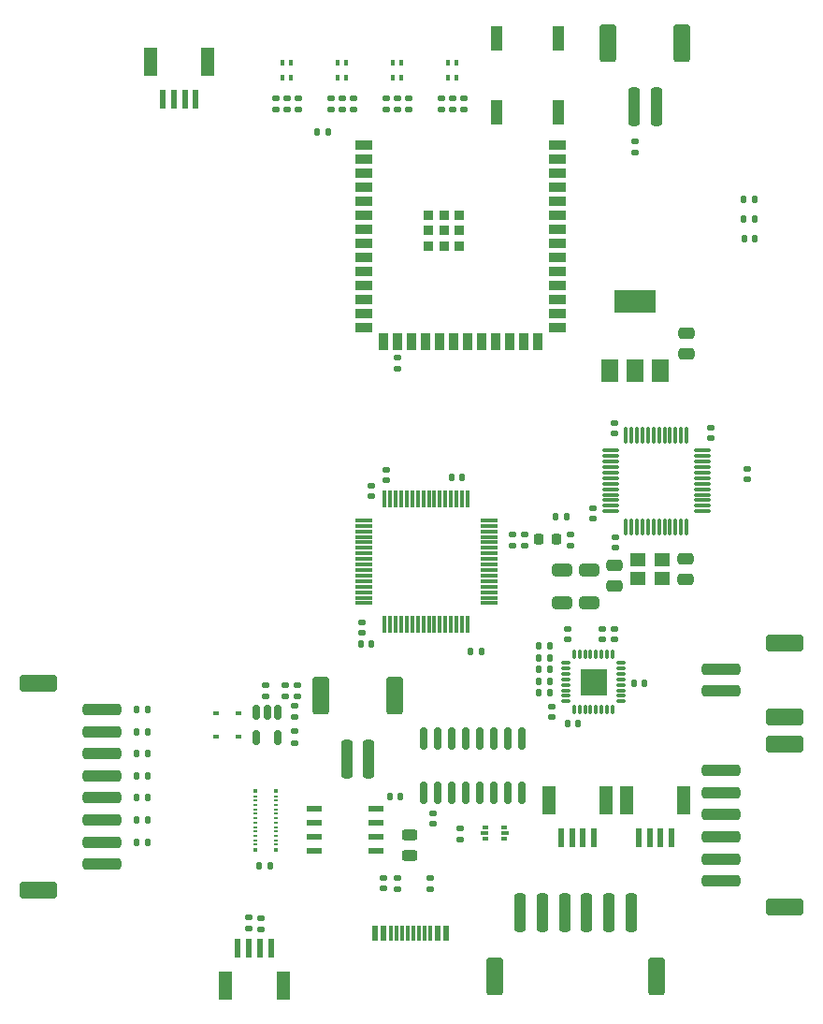
<source format=gbr>
%TF.GenerationSoftware,KiCad,Pcbnew,7.0.5*%
%TF.CreationDate,2023-10-05T13:47:36-07:00*%
%TF.ProjectId,EV9.5 Board Design,4556392e-3520-4426-9f61-726420446573,EV9*%
%TF.SameCoordinates,Original*%
%TF.FileFunction,Paste,Top*%
%TF.FilePolarity,Positive*%
%FSLAX46Y46*%
G04 Gerber Fmt 4.6, Leading zero omitted, Abs format (unit mm)*
G04 Created by KiCad (PCBNEW 7.0.5) date 2023-10-05 13:47:36*
%MOMM*%
%LPD*%
G01*
G04 APERTURE LIST*
G04 Aperture macros list*
%AMRoundRect*
0 Rectangle with rounded corners*
0 $1 Rounding radius*
0 $2 $3 $4 $5 $6 $7 $8 $9 X,Y pos of 4 corners*
0 Add a 4 corners polygon primitive as box body*
4,1,4,$2,$3,$4,$5,$6,$7,$8,$9,$2,$3,0*
0 Add four circle primitives for the rounded corners*
1,1,$1+$1,$2,$3*
1,1,$1+$1,$4,$5*
1,1,$1+$1,$6,$7*
1,1,$1+$1,$8,$9*
0 Add four rect primitives between the rounded corners*
20,1,$1+$1,$2,$3,$4,$5,0*
20,1,$1+$1,$4,$5,$6,$7,0*
20,1,$1+$1,$6,$7,$8,$9,0*
20,1,$1+$1,$8,$9,$2,$3,0*%
G04 Aperture macros list end*
%ADD10C,0.010000*%
%ADD11RoundRect,0.135000X-0.135000X-0.185000X0.135000X-0.185000X0.135000X0.185000X-0.135000X0.185000X0*%
%ADD12RoundRect,0.140000X-0.170000X0.140000X-0.170000X-0.140000X0.170000X-0.140000X0.170000X0.140000X0*%
%ADD13R,1.422400X0.533400*%
%ADD14RoundRect,0.135000X0.135000X0.185000X-0.135000X0.185000X-0.135000X-0.185000X0.135000X-0.185000X0*%
%ADD15RoundRect,0.140000X-0.140000X-0.170000X0.140000X-0.170000X0.140000X0.170000X-0.140000X0.170000X0*%
%ADD16R,0.600000X0.450000*%
%ADD17RoundRect,0.075000X0.075000X-0.662500X0.075000X0.662500X-0.075000X0.662500X-0.075000X-0.662500X0*%
%ADD18RoundRect,0.075000X0.662500X-0.075000X0.662500X0.075000X-0.662500X0.075000X-0.662500X-0.075000X0*%
%ADD19RoundRect,0.140000X0.140000X0.170000X-0.140000X0.170000X-0.140000X-0.170000X0.140000X-0.170000X0*%
%ADD20RoundRect,0.140000X0.170000X-0.140000X0.170000X0.140000X-0.170000X0.140000X-0.170000X-0.140000X0*%
%ADD21RoundRect,0.250000X-0.475000X0.250000X-0.475000X-0.250000X0.475000X-0.250000X0.475000X0.250000X0*%
%ADD22RoundRect,0.135000X-0.185000X0.135000X-0.185000X-0.135000X0.185000X-0.135000X0.185000X0.135000X0*%
%ADD23RoundRect,0.250000X1.500000X-0.250000X1.500000X0.250000X-1.500000X0.250000X-1.500000X-0.250000X0*%
%ADD24RoundRect,0.250001X1.449999X-0.499999X1.449999X0.499999X-1.449999X0.499999X-1.449999X-0.499999X0*%
%ADD25R,0.400000X0.410000*%
%ADD26R,0.400000X0.200000*%
%ADD27RoundRect,0.075000X0.075000X0.700000X-0.075000X0.700000X-0.075000X-0.700000X0.075000X-0.700000X0*%
%ADD28RoundRect,0.075000X0.700000X0.075000X-0.700000X0.075000X-0.700000X-0.075000X0.700000X-0.075000X0*%
%ADD29R,0.500000X1.700000*%
%ADD30R,1.200000X2.500000*%
%ADD31RoundRect,0.218750X-0.218750X-0.256250X0.218750X-0.256250X0.218750X0.256250X-0.218750X0.256250X0*%
%ADD32RoundRect,0.135000X0.185000X-0.135000X0.185000X0.135000X-0.185000X0.135000X-0.185000X-0.135000X0*%
%ADD33R,1.120000X2.160000*%
%ADD34RoundRect,0.250000X0.650000X-0.325000X0.650000X0.325000X-0.650000X0.325000X-0.650000X-0.325000X0*%
%ADD35RoundRect,0.243750X0.456250X-0.243750X0.456250X0.243750X-0.456250X0.243750X-0.456250X-0.243750X0*%
%ADD36RoundRect,0.250000X0.250000X1.500000X-0.250000X1.500000X-0.250000X-1.500000X0.250000X-1.500000X0*%
%ADD37RoundRect,0.250001X0.499999X1.449999X-0.499999X1.449999X-0.499999X-1.449999X0.499999X-1.449999X0*%
%ADD38RoundRect,0.007500X-0.372500X-0.117500X0.372500X-0.117500X0.372500X0.117500X-0.372500X0.117500X0*%
%ADD39RoundRect,0.007500X0.117500X-0.372500X0.117500X0.372500X-0.117500X0.372500X-0.117500X-0.372500X0*%
%ADD40RoundRect,0.250000X0.475000X-0.250000X0.475000X0.250000X-0.475000X0.250000X-0.475000X-0.250000X0*%
%ADD41R,0.400000X0.600000*%
%ADD42RoundRect,0.150000X0.150000X-0.825000X0.150000X0.825000X-0.150000X0.825000X-0.150000X-0.825000X0*%
%ADD43R,1.500000X2.000000*%
%ADD44R,3.800000X2.000000*%
%ADD45R,0.900000X0.900000*%
%ADD46R,1.500000X0.900000*%
%ADD47R,0.900000X1.500000*%
%ADD48RoundRect,0.250000X-0.250000X-1.500000X0.250000X-1.500000X0.250000X1.500000X-0.250000X1.500000X0*%
%ADD49RoundRect,0.250001X-0.499999X-1.449999X0.499999X-1.449999X0.499999X1.449999X-0.499999X1.449999X0*%
%ADD50RoundRect,0.250000X-1.500000X0.250000X-1.500000X-0.250000X1.500000X-0.250000X1.500000X0.250000X0*%
%ADD51RoundRect,0.250001X-1.449999X0.499999X-1.449999X-0.499999X1.449999X-0.499999X1.449999X0.499999X0*%
%ADD52R,0.600000X1.450000*%
%ADD53R,0.300000X1.450000*%
%ADD54R,0.500000X0.375000*%
%ADD55R,0.650000X0.300000*%
%ADD56RoundRect,0.150000X-0.150000X0.512500X-0.150000X-0.512500X0.150000X-0.512500X0.150000X0.512500X0*%
%ADD57R,1.400000X1.200000*%
G04 APERTURE END LIST*
%TO.C,U6*%
D10*
X167990000Y-117475000D02*
X165690000Y-117475000D01*
X165690000Y-115175000D01*
X167990000Y-115175000D01*
X167990000Y-117475000D01*
G36*
X167990000Y-117475000D02*
G01*
X165690000Y-117475000D01*
X165690000Y-115175000D01*
X167990000Y-115175000D01*
X167990000Y-117475000D01*
G37*
%TD*%
D11*
%TO.C,R28*%
X125490000Y-124800000D03*
X126510000Y-124800000D03*
%TD*%
D12*
%TO.C,C13*%
X145910000Y-111900000D03*
X145910000Y-110940000D03*
%TD*%
D13*
%TO.C,CR1*%
X141606000Y-127795000D03*
X141606000Y-129065000D03*
X141606000Y-130335000D03*
X141606000Y-131605000D03*
X147194000Y-131605000D03*
X147194000Y-130335000D03*
X147194000Y-129065000D03*
X147194000Y-127795000D03*
%TD*%
D14*
%TO.C,R20*%
X181482000Y-74414000D03*
X180462000Y-74414000D03*
%TD*%
D15*
%TO.C,C22*%
X145800000Y-112870000D03*
X146760000Y-112870000D03*
%TD*%
D16*
%TO.C,D2*%
X132650000Y-119100000D03*
X134750000Y-119100000D03*
%TD*%
D17*
%TO.C,U5*%
X169787500Y-102287500D03*
X170287500Y-102287500D03*
X170787500Y-102287500D03*
X171287500Y-102287500D03*
X171787500Y-102287500D03*
X172287500Y-102287500D03*
X172787500Y-102287500D03*
X173287500Y-102287500D03*
X173787500Y-102287500D03*
X174287500Y-102287500D03*
X174787500Y-102287500D03*
X175287500Y-102287500D03*
D18*
X176700000Y-100875000D03*
X176700000Y-100375000D03*
X176700000Y-99875000D03*
X176700000Y-99375000D03*
X176700000Y-98875000D03*
X176700000Y-98375000D03*
X176700000Y-97875000D03*
X176700000Y-97375000D03*
X176700000Y-96875000D03*
X176700000Y-96375000D03*
X176700000Y-95875000D03*
X176700000Y-95375000D03*
D17*
X175287500Y-93962500D03*
X174787500Y-93962500D03*
X174287500Y-93962500D03*
X173787500Y-93962500D03*
X173287500Y-93962500D03*
X172787500Y-93962500D03*
X172287500Y-93962500D03*
X171787500Y-93962500D03*
X171287500Y-93962500D03*
X170787500Y-93962500D03*
X170287500Y-93962500D03*
X169787500Y-93962500D03*
D18*
X168375000Y-95375000D03*
X168375000Y-95875000D03*
X168375000Y-96375000D03*
X168375000Y-96875000D03*
X168375000Y-97375000D03*
X168375000Y-97875000D03*
X168375000Y-98375000D03*
X168375000Y-98875000D03*
X168375000Y-99375000D03*
X168375000Y-99875000D03*
X168375000Y-100375000D03*
X168375000Y-100875000D03*
%TD*%
D19*
%TO.C,C33*%
X149380000Y-126700000D03*
X148420000Y-126700000D03*
%TD*%
D20*
%TO.C,C14*%
X146770000Y-99530000D03*
X146770000Y-98570000D03*
%TD*%
D21*
%TO.C,C4*%
X168737500Y-105725000D03*
X168737500Y-107625000D03*
%TD*%
D20*
%TO.C,C3*%
X168737500Y-112455000D03*
X168737500Y-111495000D03*
%TD*%
D22*
%TO.C,R3*%
X149137500Y-134010000D03*
X149137500Y-135030000D03*
%TD*%
D11*
%TO.C,R5*%
X163380000Y-101360000D03*
X164400000Y-101360000D03*
%TD*%
D14*
%TO.C,R10*%
X181482000Y-72636000D03*
X180462000Y-72636000D03*
%TD*%
D20*
%TO.C,C19*%
X137200000Y-117580000D03*
X137200000Y-116620000D03*
%TD*%
D22*
%TO.C,R38*%
X138980000Y-116590000D03*
X138980000Y-117610000D03*
%TD*%
D23*
%TO.C,J8*%
X178437500Y-134325000D03*
X178437500Y-132325000D03*
X178437500Y-130325000D03*
X178437500Y-128325000D03*
X178437500Y-126325000D03*
X178437500Y-124325000D03*
D24*
X184187500Y-136675000D03*
X184187500Y-121975000D03*
%TD*%
D25*
%TO.C,U13*%
X136227500Y-131540000D03*
D26*
X136227500Y-131035000D03*
X136227500Y-130635000D03*
X136227500Y-130232924D03*
X136227500Y-129835000D03*
X136227500Y-129435000D03*
X136227500Y-129035000D03*
X136227500Y-128635000D03*
X136227500Y-128235000D03*
X136227500Y-127835000D03*
X136227500Y-127435000D03*
X136227500Y-127035000D03*
X136227500Y-126635000D03*
D25*
X136227500Y-126130000D03*
X138107500Y-126130000D03*
D26*
X138107500Y-126635000D03*
X138107500Y-127035000D03*
X138107500Y-127435000D03*
X138107500Y-127835000D03*
X138107500Y-128235000D03*
X138107500Y-128635000D03*
X138107500Y-129035000D03*
X138107500Y-129435000D03*
X138107500Y-129835000D03*
X138107500Y-130232924D03*
X138107500Y-130635000D03*
X138107500Y-131035000D03*
D25*
X138107500Y-131540000D03*
%TD*%
D27*
%TO.C,U1*%
X155445000Y-111115000D03*
X154945000Y-111115000D03*
X154445000Y-111115000D03*
X153945000Y-111115000D03*
X153445000Y-111115000D03*
X152945000Y-111115000D03*
X152445000Y-111115000D03*
X151945000Y-111115000D03*
X151445000Y-111115000D03*
X150945000Y-111115000D03*
X150445000Y-111115000D03*
X149945000Y-111115000D03*
X149445000Y-111115000D03*
X148945000Y-111115000D03*
X148445000Y-111115000D03*
X147945000Y-111115000D03*
D28*
X146020000Y-109190000D03*
X146020000Y-108690000D03*
X146020000Y-108190000D03*
X146020000Y-107690000D03*
X146020000Y-107190000D03*
X146020000Y-106690000D03*
X146020000Y-106190000D03*
X146020000Y-105690000D03*
X146020000Y-105190000D03*
X146020000Y-104690000D03*
X146020000Y-104190000D03*
X146020000Y-103690000D03*
X146020000Y-103190000D03*
X146020000Y-102690000D03*
X146020000Y-102190000D03*
X146020000Y-101690000D03*
D27*
X147945000Y-99765000D03*
X148445000Y-99765000D03*
X148945000Y-99765000D03*
X149445000Y-99765000D03*
X149945000Y-99765000D03*
X150445000Y-99765000D03*
X150945000Y-99765000D03*
X151445000Y-99765000D03*
X151945000Y-99765000D03*
X152445000Y-99765000D03*
X152945000Y-99765000D03*
X153445000Y-99765000D03*
X153945000Y-99765000D03*
X154445000Y-99765000D03*
X154945000Y-99765000D03*
X155445000Y-99765000D03*
D28*
X157370000Y-101690000D03*
X157370000Y-102190000D03*
X157370000Y-102690000D03*
X157370000Y-103190000D03*
X157370000Y-103690000D03*
X157370000Y-104190000D03*
X157370000Y-104690000D03*
X157370000Y-105190000D03*
X157370000Y-105690000D03*
X157370000Y-106190000D03*
X157370000Y-106690000D03*
X157370000Y-107190000D03*
X157370000Y-107690000D03*
X157370000Y-108190000D03*
X157370000Y-108690000D03*
X157370000Y-109190000D03*
%TD*%
D20*
%TO.C,C16*%
X163037500Y-119505000D03*
X163037500Y-118545000D03*
%TD*%
D29*
%TO.C,J13*%
X130850000Y-63590000D03*
X129850000Y-63590000D03*
X128850000Y-63590000D03*
X127850000Y-63590000D03*
D30*
X131950000Y-60190000D03*
X126750000Y-60190000D03*
%TD*%
D31*
%TO.C,120R1*%
X161912500Y-103425000D03*
X163487500Y-103425000D03*
%TD*%
D32*
%TO.C,R17*%
X154100000Y-64510000D03*
X154100000Y-63490000D03*
%TD*%
D22*
%TO.C,R13*%
X140100000Y-63490000D03*
X140100000Y-64510000D03*
%TD*%
D20*
%TO.C,C20*%
X180750000Y-98010000D03*
X180750000Y-97050000D03*
%TD*%
D11*
%TO.C,R30*%
X125490000Y-126800000D03*
X126510000Y-126800000D03*
%TD*%
D14*
%TO.C,R4*%
X142810000Y-66600000D03*
X141790000Y-66600000D03*
%TD*%
D22*
%TO.C,R39*%
X140060000Y-116560000D03*
X140060000Y-117580000D03*
%TD*%
D20*
%TO.C,C5*%
X154787500Y-130555000D03*
X154787500Y-129595000D03*
%TD*%
D12*
%TO.C,C8*%
X159500000Y-102995000D03*
X159500000Y-103955000D03*
%TD*%
D22*
%TO.C,R12*%
X148100000Y-63490000D03*
X148100000Y-64510000D03*
%TD*%
%TO.C,R11*%
X149100000Y-63490000D03*
X149100000Y-64510000D03*
%TD*%
D12*
%TO.C,C21*%
X148080000Y-97140000D03*
X148080000Y-98100000D03*
%TD*%
D33*
%TO.C,SW5*%
X158112000Y-58095000D03*
X158112000Y-64825000D03*
%TD*%
D22*
%TO.C,R6*%
X150100000Y-63490000D03*
X150100000Y-64510000D03*
%TD*%
D32*
%TO.C,R16*%
X155100000Y-64510000D03*
X155100000Y-63490000D03*
%TD*%
D23*
%TO.C,J2*%
X178437500Y-117125000D03*
X178437500Y-115125000D03*
D24*
X184187500Y-119475000D03*
X184187500Y-112775000D03*
%TD*%
D21*
%TO.C,C2*%
X175300000Y-84750000D03*
X175300000Y-86650000D03*
%TD*%
D34*
%TO.C,C29*%
X166437500Y-109180000D03*
X166437500Y-106230000D03*
%TD*%
D15*
%TO.C,C27*%
X161907500Y-117275000D03*
X162867500Y-117275000D03*
%TD*%
D12*
%TO.C,C10*%
X164800000Y-102995000D03*
X164800000Y-103955000D03*
%TD*%
D32*
%TO.C,R24*%
X144100000Y-64510000D03*
X144100000Y-63490000D03*
%TD*%
D19*
%TO.C,C35*%
X181452000Y-76192000D03*
X180492000Y-76192000D03*
%TD*%
%TO.C,C12*%
X155730000Y-113530000D03*
X156690000Y-113530000D03*
%TD*%
D29*
%TO.C,J12*%
X173940000Y-130430000D03*
X172940000Y-130430000D03*
X171940000Y-130430000D03*
X170940000Y-130430000D03*
D30*
X175040000Y-127030000D03*
X169840000Y-127030000D03*
%TD*%
D22*
%TO.C,R37*%
X139800000Y-120790000D03*
X139800000Y-121810000D03*
%TD*%
D32*
%TO.C,R18*%
X153099500Y-64510000D03*
X153099500Y-63490000D03*
%TD*%
D22*
%TO.C,R2*%
X152087500Y-134015000D03*
X152087500Y-135035000D03*
%TD*%
D20*
%TO.C,C25*%
X177437500Y-94255000D03*
X177437500Y-93295000D03*
%TD*%
%TO.C,C1*%
X147870000Y-134970000D03*
X147870000Y-134010000D03*
%TD*%
D32*
%TO.C,R32*%
X149100000Y-88010000D03*
X149100000Y-86990000D03*
%TD*%
D16*
%TO.C,D10*%
X132650000Y-121300000D03*
X134750000Y-121300000D03*
%TD*%
D22*
%TO.C,R8*%
X135627500Y-137625000D03*
X135627500Y-138645000D03*
%TD*%
D35*
%TO.C,D11*%
X150238000Y-131993500D03*
X150238000Y-130118500D03*
%TD*%
D36*
%TO.C,J15*%
X172537500Y-64275000D03*
X170537500Y-64275000D03*
D37*
X174887500Y-58525000D03*
X168187500Y-58525000D03*
%TD*%
D15*
%TO.C,C15*%
X164507500Y-120075000D03*
X165467500Y-120075000D03*
%TD*%
D22*
%TO.C,R15*%
X138100000Y-63490000D03*
X138100000Y-64510000D03*
%TD*%
D38*
%TO.C,U6*%
X164365000Y-114575000D03*
X164365000Y-115075000D03*
X164365000Y-115575000D03*
X164365000Y-116075000D03*
X164365000Y-116575000D03*
X164365000Y-117075000D03*
X164365000Y-117575000D03*
X164365000Y-118075000D03*
D39*
X165090000Y-118800000D03*
X165590000Y-118800000D03*
X166090000Y-118800000D03*
X166590000Y-118800000D03*
X167090000Y-118800000D03*
X167590000Y-118800000D03*
X168090000Y-118800000D03*
X168590000Y-118800000D03*
D38*
X169315000Y-118075000D03*
X169315000Y-117575000D03*
X169315000Y-117075000D03*
X169315000Y-116575000D03*
X169315000Y-116075000D03*
X169315000Y-115575000D03*
X169315000Y-115075000D03*
X169315000Y-114575000D03*
D39*
X168590000Y-113850000D03*
X168090000Y-113850000D03*
X167590000Y-113850000D03*
X167090000Y-113850000D03*
X166590000Y-113850000D03*
X166090000Y-113850000D03*
X165590000Y-113850000D03*
X165090000Y-113850000D03*
%TD*%
D40*
%TO.C,C23*%
X175187500Y-107075000D03*
X175187500Y-105175000D03*
%TD*%
D14*
%TO.C,R9*%
X162897500Y-113075000D03*
X161877500Y-113075000D03*
%TD*%
D22*
%TO.C,R14*%
X139100000Y-63490000D03*
X139100000Y-64510000D03*
%TD*%
D34*
%TO.C,C30*%
X164007500Y-109180000D03*
X164007500Y-106230000D03*
%TD*%
D11*
%TO.C,R22*%
X125490000Y-118800000D03*
X126510000Y-118800000D03*
%TD*%
D33*
%TO.C,SW4*%
X163700000Y-58095000D03*
X163700000Y-64825000D03*
%TD*%
D41*
%TO.C,D4*%
X153662500Y-61695000D03*
X153662500Y-60295000D03*
X154462500Y-60295000D03*
X154462500Y-61695000D03*
%TD*%
D22*
%TO.C,R36*%
X139800000Y-118490000D03*
X139800000Y-119510000D03*
%TD*%
D42*
%TO.C,U3*%
X151492500Y-126370000D03*
X152762500Y-126370000D03*
X154032500Y-126370000D03*
X155302500Y-126370000D03*
X156572500Y-126370000D03*
X157842500Y-126370000D03*
X159112500Y-126370000D03*
X160382500Y-126370000D03*
X160382500Y-121420000D03*
X159112500Y-121420000D03*
X157842500Y-121420000D03*
X156572500Y-121420000D03*
X155302500Y-121420000D03*
X154032500Y-121420000D03*
X152762500Y-121420000D03*
X151492500Y-121420000D03*
%TD*%
D32*
%TO.C,R23*%
X145100000Y-64510000D03*
X145100000Y-63490000D03*
%TD*%
D12*
%TO.C,C34*%
X168730000Y-92880000D03*
X168730000Y-93840000D03*
%TD*%
D29*
%TO.C,J7*%
X134637500Y-140395000D03*
X135637500Y-140395000D03*
X136637500Y-140395000D03*
X137637500Y-140395000D03*
D30*
X133537500Y-143795000D03*
X138737500Y-143795000D03*
%TD*%
D14*
%TO.C,R41*%
X137627500Y-132905000D03*
X136607500Y-132905000D03*
%TD*%
D11*
%TO.C,R27*%
X125490000Y-122800000D03*
X126510000Y-122800000D03*
%TD*%
D15*
%TO.C,C18*%
X161907500Y-116225000D03*
X162867500Y-116225000D03*
%TD*%
%TO.C,C6*%
X170497500Y-116405000D03*
X171457500Y-116405000D03*
%TD*%
D43*
%TO.C,U2*%
X168300000Y-88185000D03*
X170600000Y-88185000D03*
D44*
X170600000Y-81885000D03*
D43*
X172900000Y-88185000D03*
%TD*%
D41*
%TO.C,D3*%
X138662500Y-61695000D03*
X138662500Y-60295000D03*
X139462500Y-60295000D03*
X139462500Y-61695000D03*
%TD*%
D45*
%TO.C,U11*%
X151920606Y-76860000D03*
X151925000Y-74060000D03*
X151925000Y-75460000D03*
X153320606Y-76860000D03*
X153325000Y-74060000D03*
X153325000Y-75460000D03*
X154720606Y-76860000D03*
X154725000Y-74060000D03*
X154725000Y-75460000D03*
D46*
X146075000Y-67740000D03*
X146075000Y-69010000D03*
X146075000Y-70280000D03*
X146075000Y-71550000D03*
X146075000Y-72820000D03*
X146075000Y-74090000D03*
X146075000Y-75360000D03*
X146075000Y-76630000D03*
X146075000Y-77900000D03*
X146075000Y-79170000D03*
X146075000Y-80440000D03*
X146075000Y-81710000D03*
X146075000Y-82980000D03*
X146075000Y-84250000D03*
D47*
X147840000Y-85500000D03*
X149110000Y-85500000D03*
X150380000Y-85500000D03*
X151650000Y-85500000D03*
X152920000Y-85500000D03*
X154190000Y-85500000D03*
X155460000Y-85500000D03*
X156730000Y-85500000D03*
X158000000Y-85500000D03*
X159270000Y-85500000D03*
X160540000Y-85500000D03*
X161810000Y-85500000D03*
D46*
X163575000Y-84250000D03*
X163575000Y-82980000D03*
X163575000Y-81710000D03*
X163575000Y-80440000D03*
X163575000Y-79170000D03*
X163575000Y-77900000D03*
X163575000Y-76630000D03*
X163575000Y-75360000D03*
X163575000Y-74090000D03*
X163575000Y-72820000D03*
X163575000Y-71550000D03*
X163575000Y-70280000D03*
X163575000Y-69010000D03*
X163575000Y-67740000D03*
%TD*%
D15*
%TO.C,C17*%
X161907500Y-115175000D03*
X162867500Y-115175000D03*
%TD*%
D12*
%TO.C,C7*%
X164537500Y-111495000D03*
X164537500Y-112455000D03*
%TD*%
D48*
%TO.C,J11*%
X160237500Y-137175000D03*
X162237500Y-137175000D03*
X164237500Y-137175000D03*
X166237500Y-137175000D03*
X168237500Y-137175000D03*
X170237500Y-137175000D03*
D49*
X157887500Y-142925000D03*
X172587500Y-142925000D03*
%TD*%
D20*
%TO.C,C32*%
X152297500Y-129135000D03*
X152297500Y-128175000D03*
%TD*%
D50*
%TO.C,J10*%
X122350000Y-118800000D03*
X122350000Y-120800000D03*
X122350000Y-122800000D03*
X122350000Y-124800000D03*
X122350000Y-126800000D03*
X122350000Y-128800000D03*
X122350000Y-130800000D03*
X122350000Y-132800000D03*
D51*
X116600000Y-116450000D03*
X116600000Y-135150000D03*
%TD*%
D12*
%TO.C,C31*%
X167687500Y-111495000D03*
X167687500Y-112455000D03*
%TD*%
D29*
%TO.C,J6*%
X166900000Y-130440000D03*
X165900000Y-130440000D03*
X164900000Y-130440000D03*
X163900000Y-130440000D03*
D30*
X168000000Y-127040000D03*
X162800000Y-127040000D03*
%TD*%
D12*
%TO.C,C9*%
X160600000Y-102995000D03*
X160600000Y-103955000D03*
%TD*%
%TO.C,C24*%
X168847500Y-103185000D03*
X168847500Y-104145000D03*
%TD*%
D37*
%TO.C,J1*%
X142150000Y-117550000D03*
X148850000Y-117550000D03*
D36*
X144500000Y-123300000D03*
X146500000Y-123300000D03*
%TD*%
D52*
%TO.C,J9*%
X147037500Y-139001000D03*
X147837500Y-139001000D03*
D53*
X149037500Y-139001000D03*
X150037500Y-139001000D03*
X150537500Y-139001000D03*
X151537500Y-139001000D03*
D52*
X152737500Y-139001000D03*
X153537500Y-139001000D03*
X153537500Y-139001000D03*
X152737500Y-139001000D03*
D53*
X152037500Y-139001000D03*
X151037500Y-139001000D03*
X149537500Y-139001000D03*
X148537500Y-139001000D03*
D52*
X147837500Y-139001000D03*
X147037500Y-139001000D03*
%TD*%
D41*
%TO.C,D5*%
X143662500Y-61695000D03*
X143662500Y-60295000D03*
X144462500Y-60295000D03*
X144462500Y-61695000D03*
%TD*%
D11*
%TO.C,R29*%
X125477500Y-130800000D03*
X126497500Y-130800000D03*
%TD*%
%TO.C,R26*%
X125490000Y-120800000D03*
X126510000Y-120800000D03*
%TD*%
D15*
%TO.C,C11*%
X154020000Y-97775000D03*
X154980000Y-97775000D03*
%TD*%
D41*
%TO.C,D18*%
X148662500Y-61695000D03*
X148662500Y-60295000D03*
X149462500Y-60295000D03*
X149462500Y-61695000D03*
%TD*%
D54*
%TO.C,U4*%
X157087500Y-129437500D03*
D55*
X157012500Y-129975000D03*
D54*
X157087500Y-130512500D03*
X158787500Y-130512500D03*
D55*
X158862500Y-129975000D03*
D54*
X158787500Y-129437500D03*
%TD*%
D22*
%TO.C,R40*%
X170597500Y-67385000D03*
X170597500Y-68405000D03*
%TD*%
D11*
%TO.C,R31*%
X125490000Y-128800000D03*
X126510000Y-128800000D03*
%TD*%
D56*
%TO.C,U12*%
X138250000Y-119062500D03*
X137300000Y-119062500D03*
X136350000Y-119062500D03*
X136350000Y-121337500D03*
X138250000Y-121337500D03*
%TD*%
D19*
%TO.C,C28*%
X162867500Y-114125000D03*
X161907500Y-114125000D03*
%TD*%
D22*
%TO.C,R7*%
X136737500Y-137665000D03*
X136737500Y-138685000D03*
%TD*%
D20*
%TO.C,C26*%
X166840000Y-101550000D03*
X166840000Y-100590000D03*
%TD*%
D32*
%TO.C,R25*%
X143084000Y-64510000D03*
X143084000Y-63490000D03*
%TD*%
D57*
%TO.C,Y1*%
X170887500Y-106975000D03*
X173087500Y-106975000D03*
X173087500Y-105275000D03*
X170887500Y-105275000D03*
%TD*%
M02*

</source>
